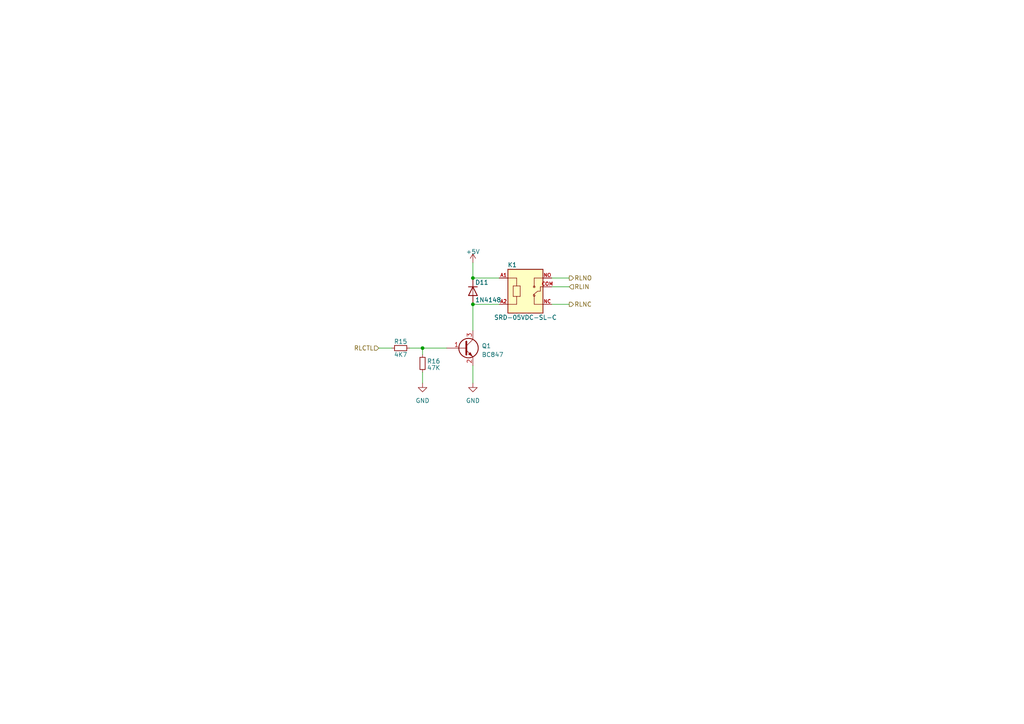
<source format=kicad_sch>
(kicad_sch (version 20230121) (generator eeschema)
  (paper "A4")
  (title_block (title "2023 Staj Projesi") (date "2023-07-24") (rev "1.0") (company "Hidro Elektronik") (comment 1 "Mehmet Emre SAYGI(2019513057@ogr.cu.edu.tr)") (comment 2 "Yilmaz Can DURAN(duranyilmazcan@gmail.com)") (comment 3 "Asli VEZIR(vezirasli@gmail.com)"))
  (lib_symbols
    (symbol "2023Staj:SRD-05VDC-SL-C" (pin_names (offset 1.016))
      (property "Reference" "K" (at -5.0809 5.843 0))
      (property "Value" "SRD-05VDC-SL-C" (at -5.0832 -10.1664 0))
      (symbol "SRD-05VDC-SL-C_0_0"
        (rectangle (start -5.08 5.08) (end 5.08 -7.62) (stroke (width 0.254)) (fill (type background)))
        (polyline (pts (xy -5.08 2.54) (xy -2.54 2.54)) (stroke (width 0.1524)))
        (polyline (pts (xy -3.556 -2.794) (xy -2.54 -2.794)) (stroke (width 0.1524)))
        (polyline (pts (xy -3.556 0.254) (xy -3.556 -2.794)) (stroke (width 0.1524)))
        (polyline (pts (xy -2.54 -5.08) (xy -5.08 -5.08)) (stroke (width 0.1524)))
        (polyline (pts (xy -2.54 -2.794) (xy -2.54 -5.08)) (stroke (width 0.1524)))
        (polyline (pts (xy -2.54 -2.794) (xy -1.524 -2.794)) (stroke (width 0.1524)))
        (polyline (pts (xy -2.54 0.254) (xy -3.556 0.254)) (stroke (width 0.1524)))
        (polyline (pts (xy -2.54 2.54) (xy -2.54 0.254)) (stroke (width 0.1524)))
        (polyline (pts (xy -1.524 -2.794) (xy -1.524 0.254)) (stroke (width 0.1524)))
        (polyline (pts (xy -1.524 0.254) (xy -2.54 0.254)) (stroke (width 0.1524)))
        (polyline (pts (xy 2.54 -5.08) (xy 5.08 -5.08)) (stroke (width 0.1524)))
        (polyline (pts (xy 2.54 -2.54) (xy 2.54 -5.08)) (stroke (width 0.1524)))
        (polyline (pts (xy 2.54 2.54) (xy 2.54 0)) (stroke (width 0.1524)))
        (polyline (pts (xy 3.556 -1.27) (xy 2.286 -2.286)) (stroke (width 0.1524)))
        (polyline (pts (xy 3.556 -1.27) (xy 4.318 -1.27)) (stroke (width 0.1524)))
        (polyline (pts (xy 4.318 -1.27) (xy 4.318 0)) (stroke (width 0.1524)))
        (polyline (pts (xy 4.318 0) (xy 5.08 0)) (stroke (width 0.1524)))
        (polyline (pts (xy 5.08 2.54) (xy 2.54 2.54)) (stroke (width 0.1524)))
        (circle (center 2.54 -2.54) (radius 0.254) (stroke (width 0.1524)))
        (circle (center 2.54 0) (radius 0.254) (stroke (width 0.1524)))
        (pin passive line (at -7.62 2.54 0) (length 2.54) (name "~") (number "A1"))
        (pin passive line (at -7.62 -5.08 0) (length 2.54) (name "~") (number "A2"))
        (pin passive line (at 7.62 0 180) (length 2.54) (name "~") (number "COM"))
        (pin passive line (at 7.62 -5.08 180) (length 2.54) (name "~") (number "NC"))
        (pin passive line (at 7.62 2.54 180) (length 2.54) (name "~") (number "NO"))
      )
    )
    (symbol "Device:R_Small" (pin_numbers hide) (pin_names (offset 0.254) hide)
      (property "Reference" "R" (at 0.762 0.508 0))
      (property "Value" "R_Small" (at 0.762 -1.016 0))
      (symbol "R_Small_0_1"
        (rectangle (start -0.762 1.778) (end 0.762 -1.778) (stroke (width 0.2032)))
      )
      (symbol "R_Small_1_1"
        (pin passive line (at 0 2.54 270) (length 0.762) (name "~") (number "1"))
        (pin passive line (at 0 -2.54 90) (length 0.762) (name "~") (number "2"))
      )
    )
    (symbol "Diode:1N4148" (pin_numbers hide) (pin_names hide)
      (property "Reference" "D" (at 0 2.54 0))
      (property "Value" "1N4148" (at 0 -2.54 0))
      (symbol "1N4148_0_1"
        (polyline (pts (xy -1.27 1.27) (xy -1.27 -1.27)) (stroke (width 0.254)))
        (polyline (pts (xy 1.27 0) (xy -1.27 0)))
        (polyline (pts (xy 1.27 1.27) (xy 1.27 -1.27) (xy -1.27 0) (xy 1.27 1.27)) (stroke (width 0.254)))
      )
      (symbol "1N4148_1_1"
        (pin passive line (at -3.81 0 0) (length 2.54) (name "K") (number "1"))
        (pin passive line (at 3.81 0 180) (length 2.54) (name "A") (number "2"))
      )
    )
    (symbol "Transistor_BJT:BC847" (pin_names (offset 0) hide)
      (property "Reference" "Q" (at 5.08 1.905 0))
      (property "Value" "BC847" (at 5.08 0 0))
      (symbol "BC847_0_1"
        (polyline (pts (xy 0.635 0.635) (xy 2.54 2.54)))
        (polyline (pts (xy 0.635 -0.635) (xy 2.54 -2.54) (xy 2.54 -2.54)))
        (polyline (pts (xy 0.635 1.905) (xy 0.635 -1.905) (xy 0.635 -1.905)) (stroke (width 0.508)))
        (polyline (pts (xy 1.27 -1.778) (xy 1.778 -1.27) (xy 2.286 -2.286) (xy 1.27 -1.778) (xy 1.27 -1.778)) (fill (type outline)))
        (circle (center 1.27 0) (radius 2.8194) (stroke (width 0.254)))
      )
      (symbol "BC847_1_1"
        (pin input line (at -5.08 0 0) (length 5.715) (name "B") (number "1"))
        (pin passive line (at 2.54 -5.08 90) (length 2.54) (name "E") (number "2"))
        (pin passive line (at 2.54 5.08 270) (length 2.54) (name "C") (number "3"))
      )
    )
    (symbol "power:+5V" (power) (pin_names (offset 0))
      (property "Value" "+5V" (at 0 3.556 0))
      (symbol "+5V_0_1"
        (polyline (pts (xy -0.762 1.27) (xy 0 2.54)))
        (polyline (pts (xy 0 0) (xy 0 2.54)))
        (polyline (pts (xy 0 2.54) (xy 0.762 1.27)))
      )
      (symbol "+5V_1_1"
        (pin power_in line (at 0 0 90) (length 0) hide (name "+5V") (number "1"))
      )
    )
    (symbol "power:GND" (power) (pin_names (offset 0))
      (property "Value" "GND" (at 0 -3.81 0))
      (symbol "GND_0_1"
        (polyline (pts (xy 0 0) (xy 0 -1.27) (xy 1.27 -1.27) (xy 0 -2.54) (xy -1.27 -1.27) (xy 0 -1.27)))
      )
      (symbol "GND_1_1"
        (pin power_in line (at 0 0 270) (length 0) hide (name "GND") (number "1"))
      )
    )
  )
  (junction (at 137.16 88.265))
  (junction (at 122.555 100.965))
  (junction (at 137.16 80.645))
  (wire (pts (xy 109.855 100.965) (xy 113.665 100.965)))
  (wire (pts (xy 137.16 88.265) (xy 144.78 88.265)))
  (wire (pts (xy 118.745 100.965) (xy 122.555 100.965)))
  (wire (pts (xy 122.555 100.965) (xy 122.555 102.87)))
  (wire (pts (xy 160.02 80.645) (xy 165.1 80.645)))
  (wire (pts (xy 160.02 83.185) (xy 165.1 83.185)))
  (wire (pts (xy 137.16 76.2) (xy 137.16 80.645)))
  (wire (pts (xy 129.54 100.965) (xy 122.555 100.965)))
  (wire (pts (xy 137.16 80.645) (xy 144.78 80.645)))
  (wire (pts (xy 137.16 88.265) (xy 137.16 95.885)))
  (wire (pts (xy 122.555 107.95) (xy 122.555 111.125)))
  (wire (pts (xy 137.16 106.045) (xy 137.16 111.125)))
  (wire (pts (xy 160.02 88.265) (xy 165.1 88.265)))
  (hierarchical_label "RLNO" (shape output) (at 165.1 80.645 0))
  (hierarchical_label "RLCTL" (shape input) (at 109.855 100.965 180))
  (hierarchical_label "RLNC" (shape output) (at 165.1 88.265 0))
  (hierarchical_label "RLIN" (shape input) (at 165.1 83.185 0))
  (symbol (lib_id "power:GND") (at 137.16 111.125 0) (unit 1)
    (property "Reference" "#PWR045" (effects hide))
    (property "Value" "GND" (at 137.16 116.205 0))
  )
  (symbol (lib_id "2023Staj:SRD-05VDC-SL-C") (at 152.4 83.185 0) (unit 1)
    (property "Reference" "K1" (at 148.59 76.835 0))
    (property "Value" "SRD-05VDC-SL-C" (at 152.4 92.075 0))
    (property "Footprint" "2023Staj:RELAY_SRD-05VDC-SL-C" (effects hide))
    (property "STANDARD" "IPC-7251" (effects hide))
    (property "MANUFACTURER" "SONGLE RELAY" (effects hide))
  )
  (symbol (lib_id "Diode:1N4148") (at 137.16 84.455 270) (unit 1)
    (property "Reference" "D11" (at 137.795 81.915 90) (effects (justify left)))
    (property "Value" "1N4148" (at 137.795 86.995 90) (effects (justify left)))
    (property "Footprint" "Diode_THT:D_DO-35_SOD27_P7.62mm_Horizontal" (effects hide))
    (property "Datasheet" "https://assets.nexperia.com/documents/data-sheet/1N4148_1N4448.pdf" (effects hide))
    (property "Sim.Device" "D" (effects hide))
    (property "Sim.Pins" "1=K 2=A" (effects hide))
  )
  (symbol (lib_id "power:+5V") (at 137.16 76.2 0) (unit 1)
    (property "Reference" "#PWR044" (effects hide))
    (property "Value" "+5V" (at 137.16 73.025 0))
  )
  (symbol (lib_id "Device:R_Small") (at 116.205 100.965 90) (unit 1)
    (property "Reference" "R15" (at 116.205 99.06 90))
    (property "Value" "4K7" (at 116.205 102.87 90))
    (property "Footprint" "Resistor_SMD:R_0603_1608Metric" (effects hide))
  )
  (symbol (lib_id "Device:R_Small") (at 122.555 105.41 0) (unit 1)
    (property "Reference" "R16" (at 123.825 104.775 0) (effects (justify left)))
    (property "Value" "47K" (at 123.825 106.68 0) (effects (justify left)))
    (property "Footprint" "Resistor_SMD:R_0603_1608Metric" (effects hide))
  )
  (symbol (lib_id "power:GND") (at 122.555 111.125 0) (unit 1)
    (property "Reference" "#PWR043" (effects hide))
    (property "Value" "GND" (at 122.555 116.205 0))
  )
  (symbol (lib_id "Transistor_BJT:BC847") (at 134.62 100.965 0) (unit 1)
    (property "Reference" "Q1" (at 139.7 100.33 0) (effects (justify left)))
    (property "Value" "BC847" (at 139.7 102.87 0) (effects (justify left)))
    (property "Footprint" "Package_TO_SOT_SMD:SOT-23" (effects hide))
    (property "Datasheet" "http://www.infineon.com/dgdl/Infineon-BC847SERIES_BC848SERIES_BC849SERIES_BC850SERIES-DS-v01_01-en.pdf?fileId=db3a304314dca389011541d4630a1657" (effects hide))
  )
)
</source>
